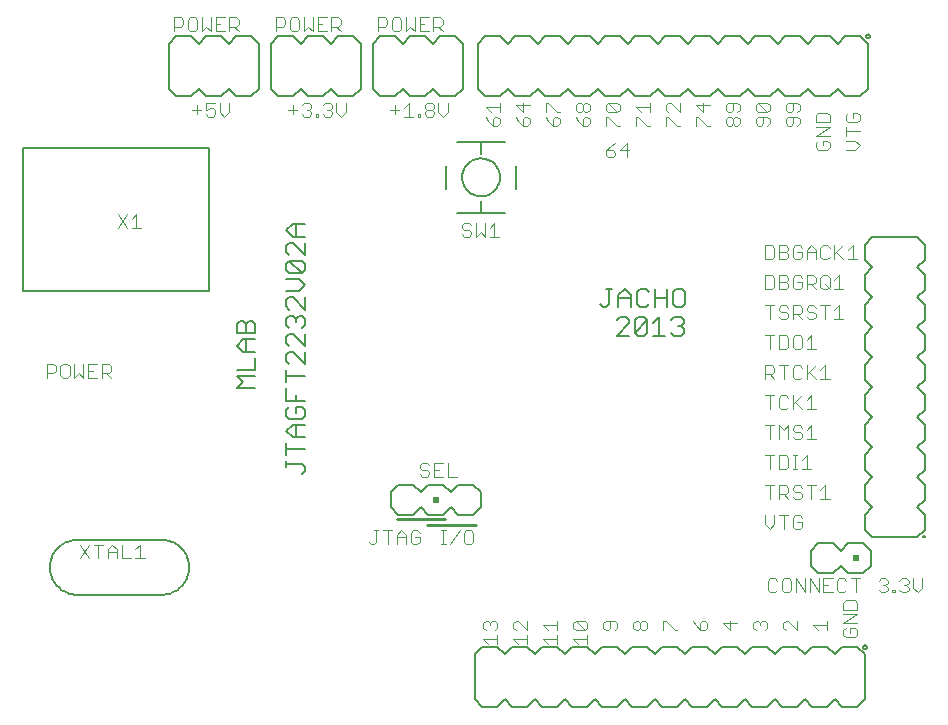
<source format=gbr>
G75*
G70*
%OFA0B0*%
%FSLAX24Y24*%
%IPPOS*%
%LPD*%
%AMOC8*
5,1,8,0,0,1.08239X$1,22.5*
%
%ADD10C,0.0040*%
%ADD11C,0.0100*%
%ADD12C,0.0050*%
%ADD13C,0.0060*%
%ADD14R,0.0200X0.0200*%
D10*
X002485Y006246D02*
X002792Y006706D01*
X002946Y006706D02*
X003253Y006706D01*
X003099Y006706D02*
X003099Y006246D01*
X002792Y006246D02*
X002485Y006706D01*
X003406Y006553D02*
X003406Y006246D01*
X003406Y006476D02*
X003713Y006476D01*
X003713Y006553D02*
X003713Y006246D01*
X003867Y006246D02*
X003867Y006706D01*
X003713Y006553D02*
X003560Y006706D01*
X003406Y006553D01*
X003867Y006246D02*
X004173Y006246D01*
X004327Y006246D02*
X004634Y006246D01*
X004480Y006246D02*
X004480Y006706D01*
X004327Y006553D01*
X003518Y012270D02*
X003365Y012423D01*
X003442Y012423D02*
X003212Y012423D01*
X003212Y012270D02*
X003212Y012730D01*
X003442Y012730D01*
X003518Y012654D01*
X003518Y012500D01*
X003442Y012423D01*
X003058Y012270D02*
X002751Y012270D01*
X002751Y012730D01*
X003058Y012730D01*
X002905Y012500D02*
X002751Y012500D01*
X002598Y012270D02*
X002598Y012730D01*
X002291Y012730D02*
X002291Y012270D01*
X002444Y012423D01*
X002598Y012270D01*
X002137Y012347D02*
X002137Y012654D01*
X002061Y012730D01*
X001907Y012730D01*
X001830Y012654D01*
X001830Y012347D01*
X001907Y012270D01*
X002061Y012270D01*
X002137Y012347D01*
X001677Y012500D02*
X001600Y012423D01*
X001370Y012423D01*
X001370Y012270D02*
X001370Y012730D01*
X001600Y012730D01*
X001677Y012654D01*
X001677Y012500D01*
X003749Y017270D02*
X004056Y017730D01*
X004210Y017577D02*
X004363Y017730D01*
X004363Y017270D01*
X004210Y017270D02*
X004517Y017270D01*
X004056Y017270D02*
X003749Y017730D01*
X006373Y021047D02*
X006373Y021354D01*
X006220Y021200D02*
X006527Y021200D01*
X006680Y021200D02*
X006834Y021277D01*
X006911Y021277D01*
X006987Y021200D01*
X006987Y021047D01*
X006911Y020970D01*
X006757Y020970D01*
X006680Y021047D01*
X006680Y021200D02*
X006680Y021430D01*
X006987Y021430D01*
X007141Y021430D02*
X007141Y021123D01*
X007294Y020970D01*
X007448Y021123D01*
X007448Y021430D01*
X009420Y021200D02*
X009727Y021200D01*
X009880Y021047D02*
X009957Y020970D01*
X010111Y020970D01*
X010187Y021047D01*
X010187Y021123D01*
X010111Y021200D01*
X010034Y021200D01*
X010111Y021200D02*
X010187Y021277D01*
X010187Y021354D01*
X010111Y021430D01*
X009957Y021430D01*
X009880Y021354D01*
X009573Y021354D02*
X009573Y021047D01*
X010341Y021047D02*
X010418Y021047D01*
X010418Y020970D01*
X010341Y020970D01*
X010341Y021047D01*
X010571Y021047D02*
X010648Y020970D01*
X010801Y020970D01*
X010878Y021047D01*
X010878Y021123D01*
X010801Y021200D01*
X010724Y021200D01*
X010801Y021200D02*
X010878Y021277D01*
X010878Y021354D01*
X010801Y021430D01*
X010648Y021430D01*
X010571Y021354D01*
X011031Y021430D02*
X011031Y021123D01*
X011185Y020970D01*
X011338Y021123D01*
X011338Y021430D01*
X012820Y021200D02*
X013127Y021200D01*
X013280Y021277D02*
X013434Y021430D01*
X013434Y020970D01*
X013587Y020970D02*
X013280Y020970D01*
X012973Y021047D02*
X012973Y021354D01*
X013741Y021047D02*
X013818Y021047D01*
X013818Y020970D01*
X013741Y020970D01*
X013741Y021047D01*
X013971Y021047D02*
X013971Y021123D01*
X014048Y021200D01*
X014201Y021200D01*
X014278Y021123D01*
X014278Y021047D01*
X014201Y020970D01*
X014048Y020970D01*
X013971Y021047D01*
X014048Y021200D02*
X013971Y021277D01*
X013971Y021354D01*
X014048Y021430D01*
X014201Y021430D01*
X014278Y021354D01*
X014278Y021277D01*
X014201Y021200D01*
X014431Y021123D02*
X014431Y021430D01*
X014431Y021123D02*
X014585Y020970D01*
X014738Y021123D01*
X014738Y021430D01*
X016014Y021284D02*
X016168Y021130D01*
X016321Y020977D02*
X016245Y020900D01*
X016245Y020670D01*
X016398Y020670D01*
X016475Y020747D01*
X016475Y020900D01*
X016398Y020977D01*
X016321Y020977D01*
X016475Y021130D02*
X016475Y021437D01*
X016475Y021284D02*
X016014Y021284D01*
X016014Y020977D02*
X016091Y020823D01*
X016245Y020670D01*
X017014Y020977D02*
X017091Y020823D01*
X017245Y020670D01*
X017245Y020900D01*
X017321Y020977D01*
X017398Y020977D01*
X017475Y020900D01*
X017475Y020747D01*
X017398Y020670D01*
X017245Y020670D01*
X017245Y021130D02*
X017245Y021437D01*
X017475Y021361D02*
X017014Y021361D01*
X017245Y021130D01*
X018014Y021130D02*
X018014Y021437D01*
X018091Y021437D01*
X018398Y021130D01*
X018475Y021130D01*
X018398Y020977D02*
X018321Y020977D01*
X018245Y020900D01*
X018245Y020670D01*
X018398Y020670D01*
X018475Y020747D01*
X018475Y020900D01*
X018398Y020977D01*
X018091Y020823D02*
X018245Y020670D01*
X018091Y020823D02*
X018014Y020977D01*
X019014Y020977D02*
X019091Y020823D01*
X019245Y020670D01*
X019245Y020900D01*
X019321Y020977D01*
X019398Y020977D01*
X019475Y020900D01*
X019475Y020747D01*
X019398Y020670D01*
X019245Y020670D01*
X019321Y021130D02*
X019245Y021207D01*
X019245Y021361D01*
X019321Y021437D01*
X019398Y021437D01*
X019475Y021361D01*
X019475Y021207D01*
X019398Y021130D01*
X019321Y021130D01*
X019245Y021207D02*
X019168Y021130D01*
X019091Y021130D01*
X019014Y021207D01*
X019014Y021361D01*
X019091Y021437D01*
X019168Y021437D01*
X019245Y021361D01*
X020014Y021361D02*
X020014Y021207D01*
X020091Y021130D01*
X020398Y021130D01*
X020091Y021437D01*
X020398Y021437D01*
X020475Y021361D01*
X020475Y021207D01*
X020398Y021130D01*
X020091Y020977D02*
X020398Y020670D01*
X020475Y020670D01*
X020014Y020670D02*
X020014Y020977D01*
X020091Y020977D01*
X020014Y021361D02*
X020091Y021437D01*
X021014Y021284D02*
X021475Y021284D01*
X021475Y021437D02*
X021475Y021130D01*
X021168Y021130D02*
X021014Y021284D01*
X021014Y020977D02*
X021091Y020977D01*
X021398Y020670D01*
X021475Y020670D01*
X022014Y020670D02*
X022014Y020977D01*
X022091Y020977D01*
X022398Y020670D01*
X022475Y020670D01*
X022475Y021130D02*
X022168Y021437D01*
X022091Y021437D01*
X022014Y021361D01*
X022014Y021207D01*
X022091Y021130D01*
X022475Y021130D02*
X022475Y021437D01*
X023014Y021361D02*
X023245Y021130D01*
X023245Y021437D01*
X023475Y021361D02*
X023014Y021361D01*
X023014Y020977D02*
X023091Y020977D01*
X023398Y020670D01*
X023475Y020670D01*
X023014Y020670D02*
X023014Y020977D01*
X024014Y020900D02*
X024091Y020977D01*
X024168Y020977D01*
X024245Y020900D01*
X024245Y020747D01*
X024168Y020670D01*
X024091Y020670D01*
X024014Y020747D01*
X024014Y020900D01*
X024245Y020900D02*
X024321Y020977D01*
X024398Y020977D01*
X024475Y020900D01*
X024475Y020747D01*
X024398Y020670D01*
X024321Y020670D01*
X024245Y020747D01*
X024168Y021130D02*
X024245Y021207D01*
X024245Y021437D01*
X024398Y021437D02*
X024091Y021437D01*
X024014Y021361D01*
X024014Y021207D01*
X024091Y021130D01*
X024168Y021130D01*
X024398Y021130D02*
X024475Y021207D01*
X024475Y021361D01*
X024398Y021437D01*
X025014Y021361D02*
X025014Y021207D01*
X025091Y021130D01*
X025398Y021130D01*
X025091Y021437D01*
X025398Y021437D01*
X025475Y021361D01*
X025475Y021207D01*
X025398Y021130D01*
X025398Y020977D02*
X025091Y020977D01*
X025014Y020900D01*
X025014Y020747D01*
X025091Y020670D01*
X025168Y020670D01*
X025245Y020747D01*
X025245Y020977D01*
X025398Y020977D02*
X025475Y020900D01*
X025475Y020747D01*
X025398Y020670D01*
X026014Y020747D02*
X026091Y020670D01*
X026168Y020670D01*
X026245Y020747D01*
X026245Y020977D01*
X026398Y020977D02*
X026091Y020977D01*
X026014Y020900D01*
X026014Y020747D01*
X026091Y021130D02*
X026168Y021130D01*
X026245Y021207D01*
X026245Y021437D01*
X026398Y021437D02*
X026091Y021437D01*
X026014Y021361D01*
X026014Y021207D01*
X026091Y021130D01*
X026398Y021130D02*
X026475Y021207D01*
X026475Y021361D01*
X026398Y021437D01*
X026398Y020977D02*
X026475Y020900D01*
X026475Y020747D01*
X026398Y020670D01*
X027014Y020637D02*
X027475Y020637D01*
X027014Y020330D01*
X027475Y020330D01*
X027398Y020177D02*
X027245Y020177D01*
X027245Y020023D01*
X027398Y019870D02*
X027091Y019870D01*
X027014Y019947D01*
X027014Y020100D01*
X027091Y020177D01*
X027398Y020177D02*
X027475Y020100D01*
X027475Y019947D01*
X027398Y019870D01*
X028014Y019870D02*
X028321Y019870D01*
X028475Y020023D01*
X028321Y020177D01*
X028014Y020177D01*
X028014Y020330D02*
X028014Y020637D01*
X028014Y020484D02*
X028475Y020484D01*
X028398Y020791D02*
X028091Y020791D01*
X028014Y020868D01*
X028014Y021021D01*
X028091Y021098D01*
X028245Y021098D02*
X028245Y020944D01*
X028245Y021098D02*
X028398Y021098D01*
X028475Y021021D01*
X028475Y020868D01*
X028398Y020791D01*
X027475Y020791D02*
X027475Y021021D01*
X027398Y021098D01*
X027091Y021098D01*
X027014Y021021D01*
X027014Y020791D01*
X027475Y020791D01*
X025091Y021437D02*
X025014Y021361D01*
X021014Y020977D02*
X021014Y020670D01*
X020711Y020080D02*
X020480Y019850D01*
X020787Y019850D01*
X020711Y019620D02*
X020711Y020080D01*
X020327Y020080D02*
X020173Y020004D01*
X020020Y019850D01*
X020250Y019850D01*
X020327Y019773D01*
X020327Y019697D01*
X020250Y019620D01*
X020097Y019620D01*
X020020Y019697D01*
X020020Y019850D01*
X016294Y017430D02*
X016294Y016970D01*
X016141Y016970D02*
X016448Y016970D01*
X016141Y017277D02*
X016294Y017430D01*
X015987Y017430D02*
X015987Y016970D01*
X015834Y017123D01*
X015680Y016970D01*
X015680Y017430D01*
X015527Y017354D02*
X015450Y017430D01*
X015297Y017430D01*
X015220Y017354D01*
X015220Y017277D01*
X015297Y017200D01*
X015450Y017200D01*
X015527Y017123D01*
X015527Y017047D01*
X015450Y016970D01*
X015297Y016970D01*
X015220Y017047D01*
X014568Y023820D02*
X014415Y023973D01*
X014492Y023973D02*
X014262Y023973D01*
X014262Y023820D02*
X014262Y024280D01*
X014492Y024280D01*
X014568Y024204D01*
X014568Y024050D01*
X014492Y023973D01*
X014108Y023820D02*
X013801Y023820D01*
X013801Y024280D01*
X014108Y024280D01*
X013955Y024050D02*
X013801Y024050D01*
X013648Y023820D02*
X013494Y023973D01*
X013341Y023820D01*
X013341Y024280D01*
X013187Y024204D02*
X013111Y024280D01*
X012957Y024280D01*
X012880Y024204D01*
X012880Y023897D01*
X012957Y023820D01*
X013111Y023820D01*
X013187Y023897D01*
X013187Y024204D01*
X012727Y024204D02*
X012727Y024050D01*
X012650Y023973D01*
X012420Y023973D01*
X012420Y023820D02*
X012420Y024280D01*
X012650Y024280D01*
X012727Y024204D01*
X013648Y024280D02*
X013648Y023820D01*
X011168Y023820D02*
X011015Y023973D01*
X011092Y023973D02*
X010862Y023973D01*
X010862Y023820D02*
X010862Y024280D01*
X011092Y024280D01*
X011168Y024204D01*
X011168Y024050D01*
X011092Y023973D01*
X010708Y023820D02*
X010401Y023820D01*
X010401Y024280D01*
X010708Y024280D01*
X010555Y024050D02*
X010401Y024050D01*
X010248Y023820D02*
X010248Y024280D01*
X009941Y024280D02*
X009941Y023820D01*
X010094Y023973D01*
X010248Y023820D01*
X009787Y023897D02*
X009787Y024204D01*
X009711Y024280D01*
X009557Y024280D01*
X009480Y024204D01*
X009480Y023897D01*
X009557Y023820D01*
X009711Y023820D01*
X009787Y023897D01*
X009327Y024050D02*
X009327Y024204D01*
X009250Y024280D01*
X009020Y024280D01*
X009020Y023820D01*
X009020Y023973D02*
X009250Y023973D01*
X009327Y024050D01*
X007768Y024050D02*
X007692Y023973D01*
X007462Y023973D01*
X007462Y023820D02*
X007462Y024280D01*
X007692Y024280D01*
X007768Y024204D01*
X007768Y024050D01*
X007615Y023973D02*
X007768Y023820D01*
X007308Y023820D02*
X007001Y023820D01*
X007001Y024280D01*
X007308Y024280D01*
X007155Y024050D02*
X007001Y024050D01*
X006848Y023820D02*
X006848Y024280D01*
X006541Y024280D02*
X006541Y023820D01*
X006694Y023973D01*
X006848Y023820D01*
X006387Y023897D02*
X006387Y024204D01*
X006311Y024280D01*
X006157Y024280D01*
X006080Y024204D01*
X006080Y023897D01*
X006157Y023820D01*
X006311Y023820D01*
X006387Y023897D01*
X005927Y024050D02*
X005927Y024204D01*
X005850Y024280D01*
X005620Y024280D01*
X005620Y023820D01*
X005620Y023973D02*
X005850Y023973D01*
X005927Y024050D01*
X013897Y009430D02*
X013820Y009354D01*
X013820Y009277D01*
X013897Y009200D01*
X014050Y009200D01*
X014127Y009123D01*
X014127Y009047D01*
X014050Y008970D01*
X013897Y008970D01*
X013820Y009047D01*
X013897Y009430D02*
X014050Y009430D01*
X014127Y009354D01*
X014280Y009430D02*
X014280Y008970D01*
X014587Y008970D01*
X014741Y008970D02*
X014741Y009430D01*
X014587Y009430D02*
X014280Y009430D01*
X014280Y009200D02*
X014434Y009200D01*
X014741Y008970D02*
X015048Y008970D01*
X015134Y007180D02*
X014827Y006720D01*
X014673Y006720D02*
X014520Y006720D01*
X014597Y006720D02*
X014597Y007180D01*
X014673Y007180D02*
X014520Y007180D01*
X013808Y007104D02*
X013731Y007180D01*
X013578Y007180D01*
X013501Y007104D01*
X013501Y006797D01*
X013578Y006720D01*
X013731Y006720D01*
X013808Y006797D01*
X013808Y006950D01*
X013655Y006950D01*
X013348Y006950D02*
X013041Y006950D01*
X013041Y007027D02*
X013194Y007180D01*
X013348Y007027D01*
X013348Y006720D01*
X013041Y006720D02*
X013041Y007027D01*
X012887Y007180D02*
X012580Y007180D01*
X012427Y007180D02*
X012273Y007180D01*
X012350Y007180D02*
X012350Y006797D01*
X012273Y006720D01*
X012197Y006720D01*
X012120Y006797D01*
X012734Y006720D02*
X012734Y007180D01*
X015287Y007104D02*
X015287Y006797D01*
X015364Y006720D01*
X015518Y006720D01*
X015594Y006797D01*
X015594Y007104D01*
X015518Y007180D01*
X015364Y007180D01*
X015287Y007104D01*
X016001Y004167D02*
X015925Y004090D01*
X015925Y003936D01*
X016001Y003860D01*
X016155Y004013D02*
X016155Y004090D01*
X016232Y004167D01*
X016308Y004167D01*
X016385Y004090D01*
X016385Y003936D01*
X016308Y003860D01*
X016385Y003706D02*
X016385Y003399D01*
X016385Y003553D02*
X015925Y003553D01*
X016078Y003399D01*
X016155Y004090D02*
X016078Y004167D01*
X016001Y004167D01*
X016925Y004090D02*
X016925Y003936D01*
X017001Y003860D01*
X016925Y004090D02*
X017001Y004167D01*
X017078Y004167D01*
X017385Y003860D01*
X017385Y004167D01*
X017385Y003706D02*
X017385Y003399D01*
X017385Y003553D02*
X016925Y003553D01*
X017078Y003399D01*
X017925Y003553D02*
X018385Y003553D01*
X018385Y003706D02*
X018385Y003399D01*
X018078Y003399D02*
X017925Y003553D01*
X018078Y003860D02*
X017925Y004013D01*
X018385Y004013D01*
X018385Y003860D02*
X018385Y004167D01*
X018925Y004090D02*
X019001Y004167D01*
X019308Y003860D01*
X019385Y003936D01*
X019385Y004090D01*
X019308Y004167D01*
X019001Y004167D01*
X018925Y004090D02*
X018925Y003936D01*
X019001Y003860D01*
X019308Y003860D01*
X019385Y003706D02*
X019385Y003399D01*
X019385Y003553D02*
X018925Y003553D01*
X019078Y003399D01*
X019925Y003936D02*
X020001Y003860D01*
X020078Y003860D01*
X020155Y003936D01*
X020155Y004167D01*
X020308Y004167D02*
X020001Y004167D01*
X019925Y004090D01*
X019925Y003936D01*
X020308Y003860D02*
X020385Y003936D01*
X020385Y004090D01*
X020308Y004167D01*
X020925Y004090D02*
X021001Y004167D01*
X021078Y004167D01*
X021155Y004090D01*
X021155Y003936D01*
X021078Y003860D01*
X021001Y003860D01*
X020925Y003936D01*
X020925Y004090D01*
X021155Y004090D02*
X021232Y004167D01*
X021308Y004167D01*
X021385Y004090D01*
X021385Y003936D01*
X021308Y003860D01*
X021232Y003860D01*
X021155Y003936D01*
X021925Y003860D02*
X021925Y004167D01*
X022001Y004167D01*
X022308Y003860D01*
X022385Y003860D01*
X022925Y004167D02*
X023001Y004013D01*
X023155Y003860D01*
X023308Y003860D01*
X023385Y003936D01*
X023385Y004090D01*
X023308Y004167D01*
X023232Y004167D01*
X023155Y004090D01*
X023155Y003860D01*
X023925Y004090D02*
X024155Y003860D01*
X024155Y004167D01*
X024385Y004090D02*
X023925Y004090D01*
X024925Y004090D02*
X025001Y004167D01*
X025078Y004167D01*
X025155Y004090D01*
X025232Y004167D01*
X025308Y004167D01*
X025385Y004090D01*
X025385Y003936D01*
X025308Y003860D01*
X025155Y004013D02*
X025155Y004090D01*
X024925Y004090D02*
X024925Y003936D01*
X025001Y003860D01*
X025925Y003936D02*
X026001Y003860D01*
X025925Y003936D02*
X025925Y004090D01*
X026001Y004167D01*
X026078Y004167D01*
X026385Y003860D01*
X026385Y004167D01*
X026925Y004013D02*
X027385Y004013D01*
X027385Y003860D02*
X027385Y004167D01*
X027078Y003860D02*
X026925Y004013D01*
X027925Y004080D02*
X028385Y004387D01*
X027925Y004387D01*
X027925Y004540D02*
X027925Y004771D01*
X028001Y004847D01*
X028308Y004847D01*
X028385Y004771D01*
X028385Y004540D01*
X027925Y004540D01*
X027925Y004080D02*
X028385Y004080D01*
X028308Y003926D02*
X028155Y003926D01*
X028155Y003773D01*
X028308Y003926D02*
X028385Y003850D01*
X028385Y003696D01*
X028308Y003620D01*
X028001Y003620D01*
X027925Y003696D01*
X027925Y003850D01*
X028001Y003926D01*
X027952Y005120D02*
X028029Y005197D01*
X027952Y005120D02*
X027799Y005120D01*
X027722Y005197D01*
X027722Y005504D01*
X027799Y005580D01*
X027952Y005580D01*
X028029Y005504D01*
X028182Y005580D02*
X028489Y005580D01*
X028336Y005580D02*
X028336Y005120D01*
X027568Y005120D02*
X027262Y005120D01*
X027262Y005580D01*
X027568Y005580D01*
X027415Y005350D02*
X027262Y005350D01*
X027108Y005120D02*
X026801Y005580D01*
X026801Y005120D01*
X026648Y005120D02*
X026648Y005580D01*
X026341Y005580D02*
X026648Y005120D01*
X026341Y005120D02*
X026341Y005580D01*
X026187Y005504D02*
X026111Y005580D01*
X025957Y005580D01*
X025880Y005504D01*
X025880Y005197D01*
X025957Y005120D01*
X026111Y005120D01*
X026187Y005197D01*
X026187Y005504D01*
X025727Y005504D02*
X025650Y005580D01*
X025497Y005580D01*
X025420Y005504D01*
X025420Y005197D01*
X025497Y005120D01*
X025650Y005120D01*
X025727Y005197D01*
X027108Y005120D02*
X027108Y005580D01*
X026471Y007225D02*
X026548Y007302D01*
X026548Y007455D01*
X026394Y007455D01*
X026241Y007302D02*
X026318Y007225D01*
X026471Y007225D01*
X026241Y007302D02*
X026241Y007609D01*
X026318Y007686D01*
X026471Y007686D01*
X026548Y007609D01*
X026087Y007686D02*
X025780Y007686D01*
X025627Y007686D02*
X025627Y007379D01*
X025473Y007225D01*
X025320Y007379D01*
X025320Y007686D01*
X025934Y007686D02*
X025934Y007225D01*
X026087Y008225D02*
X025934Y008379D01*
X026011Y008379D02*
X025780Y008379D01*
X025780Y008225D02*
X025780Y008686D01*
X026011Y008686D01*
X026087Y008609D01*
X026087Y008455D01*
X026011Y008379D01*
X026241Y008302D02*
X026318Y008225D01*
X026471Y008225D01*
X026548Y008302D01*
X026548Y008379D01*
X026471Y008455D01*
X026318Y008455D01*
X026241Y008532D01*
X026241Y008609D01*
X026318Y008686D01*
X026471Y008686D01*
X026548Y008609D01*
X026701Y008686D02*
X027008Y008686D01*
X026855Y008686D02*
X026855Y008225D01*
X027162Y008225D02*
X027468Y008225D01*
X027315Y008225D02*
X027315Y008686D01*
X027162Y008532D01*
X026855Y009225D02*
X026548Y009225D01*
X026701Y009225D02*
X026701Y009686D01*
X026548Y009532D01*
X026394Y009686D02*
X026241Y009686D01*
X026318Y009686D02*
X026318Y009225D01*
X026394Y009225D02*
X026241Y009225D01*
X026087Y009302D02*
X026087Y009609D01*
X026011Y009686D01*
X025780Y009686D01*
X025780Y009225D01*
X026011Y009225D01*
X026087Y009302D01*
X025627Y009686D02*
X025320Y009686D01*
X025473Y009686D02*
X025473Y009225D01*
X025473Y008686D02*
X025473Y008225D01*
X025320Y008686D02*
X025627Y008686D01*
X025780Y010225D02*
X025780Y010686D01*
X025934Y010532D01*
X026087Y010686D01*
X026087Y010225D01*
X026241Y010302D02*
X026318Y010225D01*
X026471Y010225D01*
X026548Y010302D01*
X026548Y010379D01*
X026471Y010455D01*
X026318Y010455D01*
X026241Y010532D01*
X026241Y010609D01*
X026318Y010686D01*
X026471Y010686D01*
X026548Y010609D01*
X026701Y010532D02*
X026855Y010686D01*
X026855Y010225D01*
X027008Y010225D02*
X026701Y010225D01*
X026701Y011225D02*
X027008Y011225D01*
X026855Y011225D02*
X026855Y011686D01*
X026701Y011532D01*
X026548Y011686D02*
X026241Y011379D01*
X026318Y011455D02*
X026548Y011225D01*
X026241Y011225D02*
X026241Y011686D01*
X026087Y011609D02*
X026011Y011686D01*
X025857Y011686D01*
X025780Y011609D01*
X025780Y011302D01*
X025857Y011225D01*
X026011Y011225D01*
X026087Y011302D01*
X025627Y011686D02*
X025320Y011686D01*
X025473Y011686D02*
X025473Y011225D01*
X025473Y010686D02*
X025473Y010225D01*
X025320Y010686D02*
X025627Y010686D01*
X025627Y012225D02*
X025473Y012379D01*
X025550Y012379D02*
X025320Y012379D01*
X025320Y012225D02*
X025320Y012686D01*
X025550Y012686D01*
X025627Y012609D01*
X025627Y012455D01*
X025550Y012379D01*
X025780Y012686D02*
X026087Y012686D01*
X025934Y012686D02*
X025934Y012225D01*
X026241Y012302D02*
X026241Y012609D01*
X026318Y012686D01*
X026471Y012686D01*
X026548Y012609D01*
X026701Y012686D02*
X026701Y012225D01*
X026701Y012379D02*
X027008Y012686D01*
X027162Y012532D02*
X027315Y012686D01*
X027315Y012225D01*
X027162Y012225D02*
X027468Y012225D01*
X027008Y012225D02*
X026778Y012455D01*
X026548Y012302D02*
X026471Y012225D01*
X026318Y012225D01*
X026241Y012302D01*
X026318Y013225D02*
X026471Y013225D01*
X026548Y013302D01*
X026548Y013609D01*
X026471Y013686D01*
X026318Y013686D01*
X026241Y013609D01*
X026241Y013302D01*
X026318Y013225D01*
X026087Y013302D02*
X026087Y013609D01*
X026011Y013686D01*
X025780Y013686D01*
X025780Y013225D01*
X026011Y013225D01*
X026087Y013302D01*
X025627Y013686D02*
X025320Y013686D01*
X025473Y013686D02*
X025473Y013225D01*
X025473Y014225D02*
X025473Y014686D01*
X025320Y014686D02*
X025627Y014686D01*
X025780Y014609D02*
X025780Y014532D01*
X025857Y014455D01*
X026011Y014455D01*
X026087Y014379D01*
X026087Y014302D01*
X026011Y014225D01*
X025857Y014225D01*
X025780Y014302D01*
X025780Y014609D02*
X025857Y014686D01*
X026011Y014686D01*
X026087Y014609D01*
X026241Y014686D02*
X026241Y014225D01*
X026241Y014379D02*
X026471Y014379D01*
X026548Y014455D01*
X026548Y014609D01*
X026471Y014686D01*
X026241Y014686D01*
X026394Y014379D02*
X026548Y014225D01*
X026701Y014302D02*
X026778Y014225D01*
X026931Y014225D01*
X027008Y014302D01*
X027008Y014379D01*
X026931Y014455D01*
X026778Y014455D01*
X026701Y014532D01*
X026701Y014609D01*
X026778Y014686D01*
X026931Y014686D01*
X027008Y014609D01*
X027162Y014686D02*
X027468Y014686D01*
X027315Y014686D02*
X027315Y014225D01*
X027622Y014225D02*
X027929Y014225D01*
X027775Y014225D02*
X027775Y014686D01*
X027622Y014532D01*
X027622Y015225D02*
X027929Y015225D01*
X027775Y015225D02*
X027775Y015686D01*
X027622Y015532D01*
X027468Y015609D02*
X027468Y015302D01*
X027392Y015225D01*
X027238Y015225D01*
X027162Y015302D01*
X027162Y015609D01*
X027238Y015686D01*
X027392Y015686D01*
X027468Y015609D01*
X027315Y015379D02*
X027468Y015225D01*
X027008Y015225D02*
X026855Y015379D01*
X026931Y015379D02*
X026701Y015379D01*
X026701Y015225D02*
X026701Y015686D01*
X026931Y015686D01*
X027008Y015609D01*
X027008Y015455D01*
X026931Y015379D01*
X026548Y015455D02*
X026394Y015455D01*
X026548Y015455D02*
X026548Y015302D01*
X026471Y015225D01*
X026318Y015225D01*
X026241Y015302D01*
X026241Y015609D01*
X026318Y015686D01*
X026471Y015686D01*
X026548Y015609D01*
X026087Y015609D02*
X026087Y015532D01*
X026011Y015455D01*
X025780Y015455D01*
X025627Y015302D02*
X025627Y015609D01*
X025550Y015686D01*
X025320Y015686D01*
X025320Y015225D01*
X025550Y015225D01*
X025627Y015302D01*
X025780Y015225D02*
X025780Y015686D01*
X026011Y015686D01*
X026087Y015609D01*
X026011Y015455D02*
X026087Y015379D01*
X026087Y015302D01*
X026011Y015225D01*
X025780Y015225D01*
X025780Y016225D02*
X026011Y016225D01*
X026087Y016302D01*
X026087Y016379D01*
X026011Y016455D01*
X025780Y016455D01*
X025627Y016302D02*
X025627Y016609D01*
X025550Y016686D01*
X025320Y016686D01*
X025320Y016225D01*
X025550Y016225D01*
X025627Y016302D01*
X025780Y016225D02*
X025780Y016686D01*
X026011Y016686D01*
X026087Y016609D01*
X026087Y016532D01*
X026011Y016455D01*
X026241Y016302D02*
X026318Y016225D01*
X026471Y016225D01*
X026548Y016302D01*
X026548Y016455D01*
X026394Y016455D01*
X026241Y016302D02*
X026241Y016609D01*
X026318Y016686D01*
X026471Y016686D01*
X026548Y016609D01*
X026701Y016532D02*
X026855Y016686D01*
X027008Y016532D01*
X027008Y016225D01*
X027162Y016302D02*
X027238Y016225D01*
X027392Y016225D01*
X027468Y016302D01*
X027622Y016379D02*
X027929Y016686D01*
X028082Y016532D02*
X028236Y016686D01*
X028236Y016225D01*
X028389Y016225D02*
X028082Y016225D01*
X027929Y016225D02*
X027699Y016455D01*
X027622Y016225D02*
X027622Y016686D01*
X027468Y016609D02*
X027392Y016686D01*
X027238Y016686D01*
X027162Y016609D01*
X027162Y016302D01*
X027008Y016455D02*
X026701Y016455D01*
X026701Y016532D02*
X026701Y016225D01*
X026855Y013686D02*
X026855Y013225D01*
X027008Y013225D02*
X026701Y013225D01*
X026701Y013532D02*
X026855Y013686D01*
X029180Y005580D02*
X029333Y005580D01*
X029410Y005504D01*
X029410Y005427D01*
X029333Y005350D01*
X029410Y005273D01*
X029410Y005197D01*
X029333Y005120D01*
X029180Y005120D01*
X029103Y005197D01*
X029257Y005350D02*
X029333Y005350D01*
X029103Y005504D02*
X029180Y005580D01*
X029794Y005504D02*
X029870Y005580D01*
X030024Y005580D01*
X030101Y005504D01*
X030101Y005427D01*
X030024Y005350D01*
X030101Y005273D01*
X030101Y005197D01*
X030024Y005120D01*
X029870Y005120D01*
X029794Y005197D01*
X029640Y005197D02*
X029640Y005120D01*
X029564Y005120D01*
X029564Y005197D01*
X029640Y005197D01*
X029947Y005350D02*
X030024Y005350D01*
X030254Y005273D02*
X030408Y005120D01*
X030561Y005273D01*
X030561Y005580D01*
X030254Y005580D02*
X030254Y005273D01*
D11*
X015700Y007350D02*
X014050Y007350D01*
X014650Y007550D02*
X013050Y007550D01*
D12*
X005241Y005035D02*
X002359Y005035D01*
X002300Y005039D01*
X002241Y005047D01*
X002182Y005059D01*
X002125Y005075D01*
X002069Y005095D01*
X002014Y005118D01*
X001960Y005145D01*
X001909Y005175D01*
X001860Y005208D01*
X001812Y005245D01*
X001768Y005284D01*
X001726Y005327D01*
X001687Y005372D01*
X001651Y005419D01*
X001618Y005469D01*
X001588Y005520D01*
X001562Y005574D01*
X001539Y005629D01*
X001520Y005686D01*
X001505Y005743D01*
X001493Y005802D01*
X001485Y005861D01*
X001481Y005920D01*
X001481Y005980D01*
X001485Y006039D01*
X001493Y006098D01*
X001505Y006157D01*
X001520Y006214D01*
X001539Y006271D01*
X001562Y006326D01*
X001588Y006380D01*
X001618Y006431D01*
X001651Y006481D01*
X001687Y006528D01*
X001726Y006573D01*
X001768Y006616D01*
X001812Y006655D01*
X001860Y006692D01*
X001909Y006725D01*
X001960Y006755D01*
X002014Y006782D01*
X002069Y006805D01*
X002125Y006825D01*
X002182Y006841D01*
X002241Y006853D01*
X002300Y006861D01*
X002359Y006865D01*
X005241Y006865D01*
X005300Y006861D01*
X005359Y006853D01*
X005418Y006841D01*
X005475Y006825D01*
X005531Y006805D01*
X005586Y006782D01*
X005640Y006755D01*
X005691Y006725D01*
X005740Y006692D01*
X005788Y006655D01*
X005832Y006616D01*
X005874Y006573D01*
X005913Y006528D01*
X005949Y006481D01*
X005982Y006431D01*
X006012Y006380D01*
X006038Y006326D01*
X006061Y006271D01*
X006080Y006214D01*
X006095Y006157D01*
X006107Y006098D01*
X006115Y006039D01*
X006119Y005980D01*
X006119Y005920D01*
X006115Y005861D01*
X006107Y005802D01*
X006095Y005743D01*
X006080Y005686D01*
X006061Y005629D01*
X006038Y005574D01*
X006012Y005520D01*
X005982Y005469D01*
X005949Y005419D01*
X005913Y005372D01*
X005874Y005327D01*
X005832Y005284D01*
X005788Y005245D01*
X005740Y005208D01*
X005691Y005175D01*
X005640Y005145D01*
X005586Y005118D01*
X005531Y005095D01*
X005475Y005075D01*
X005418Y005059D01*
X005359Y005047D01*
X005300Y005039D01*
X005241Y005035D01*
X005229Y005037D01*
X009873Y009075D02*
X009975Y009177D01*
X009975Y009279D01*
X009873Y009380D01*
X009364Y009380D01*
X009364Y009279D02*
X009364Y009482D01*
X009364Y009683D02*
X009364Y010090D01*
X009364Y009886D02*
X009975Y009886D01*
X009975Y010290D02*
X009568Y010290D01*
X009364Y010494D01*
X009568Y010697D01*
X009975Y010697D01*
X009873Y010898D02*
X009466Y010898D01*
X009364Y011000D01*
X009364Y011203D01*
X009466Y011305D01*
X009670Y011305D02*
X009670Y011102D01*
X009670Y011305D02*
X009873Y011305D01*
X009975Y011203D01*
X009975Y011000D01*
X009873Y010898D01*
X009670Y010697D02*
X009670Y010290D01*
X009670Y011506D02*
X009670Y011709D01*
X009975Y011506D02*
X009364Y011506D01*
X009364Y011913D01*
X009364Y012114D02*
X009364Y012521D01*
X009364Y012317D02*
X009975Y012317D01*
X009975Y012721D02*
X009568Y013128D01*
X009466Y013128D01*
X009364Y013027D01*
X009364Y012823D01*
X009466Y012721D01*
X009975Y012721D02*
X009975Y013128D01*
X009975Y013329D02*
X009568Y013736D01*
X009466Y013736D01*
X009364Y013634D01*
X009364Y013431D01*
X009466Y013329D01*
X009975Y013329D02*
X009975Y013736D01*
X009873Y013937D02*
X009975Y014039D01*
X009975Y014242D01*
X009873Y014344D01*
X009771Y014344D01*
X009670Y014242D01*
X009670Y014140D01*
X009670Y014242D02*
X009568Y014344D01*
X009466Y014344D01*
X009364Y014242D01*
X009364Y014039D01*
X009466Y013937D01*
X009466Y014544D02*
X009364Y014646D01*
X009364Y014850D01*
X009466Y014951D01*
X009568Y014951D01*
X009975Y014544D01*
X009975Y014951D01*
X009771Y015152D02*
X009364Y015152D01*
X009364Y015559D02*
X009771Y015559D01*
X009975Y015356D01*
X009771Y015152D01*
X009873Y015760D02*
X009466Y015760D01*
X009364Y015862D01*
X009364Y016065D01*
X009466Y016167D01*
X009873Y015760D01*
X009975Y015862D01*
X009975Y016065D01*
X009873Y016167D01*
X009466Y016167D01*
X009466Y016368D02*
X009364Y016469D01*
X009364Y016673D01*
X009466Y016775D01*
X009568Y016775D01*
X009975Y016368D01*
X009975Y016775D01*
X009975Y016975D02*
X009568Y016975D01*
X009364Y017179D01*
X009568Y017382D01*
X009975Y017382D01*
X009670Y017382D02*
X009670Y016975D01*
X006776Y015168D02*
X006776Y019932D01*
X000595Y019932D01*
X000595Y015168D01*
X006776Y015168D01*
X007816Y014155D02*
X007918Y014155D01*
X008020Y014053D01*
X008020Y013748D01*
X008020Y013547D02*
X008020Y013140D01*
X007918Y013140D02*
X008325Y013140D01*
X008325Y012940D02*
X008325Y012533D01*
X007714Y012533D01*
X007714Y012332D02*
X008325Y012332D01*
X008325Y011925D02*
X007714Y011925D01*
X007918Y012129D01*
X007714Y012332D01*
X007918Y013140D02*
X007714Y013344D01*
X007918Y013547D01*
X008325Y013547D01*
X008325Y013748D02*
X007714Y013748D01*
X007714Y014053D01*
X007816Y014155D01*
X008020Y014053D02*
X008121Y014155D01*
X008223Y014155D01*
X008325Y014053D01*
X008325Y013748D01*
X014669Y018556D02*
X014669Y019344D01*
X015063Y020131D02*
X015850Y020131D01*
X015850Y019737D01*
X015850Y020131D02*
X016637Y020131D01*
X017031Y019344D02*
X017031Y018556D01*
X016637Y017769D02*
X015850Y017769D01*
X015850Y018163D01*
X015850Y017769D02*
X015063Y017769D01*
X015220Y018950D02*
X015222Y019000D01*
X015228Y019050D01*
X015238Y019099D01*
X015252Y019147D01*
X015269Y019194D01*
X015290Y019239D01*
X015315Y019283D01*
X015343Y019324D01*
X015375Y019363D01*
X015409Y019400D01*
X015446Y019434D01*
X015486Y019464D01*
X015528Y019491D01*
X015572Y019515D01*
X015618Y019536D01*
X015665Y019552D01*
X015713Y019565D01*
X015763Y019574D01*
X015812Y019579D01*
X015863Y019580D01*
X015913Y019577D01*
X015962Y019570D01*
X016011Y019559D01*
X016059Y019544D01*
X016105Y019526D01*
X016150Y019504D01*
X016193Y019478D01*
X016234Y019449D01*
X016273Y019417D01*
X016309Y019382D01*
X016341Y019344D01*
X016371Y019304D01*
X016398Y019261D01*
X016421Y019217D01*
X016440Y019171D01*
X016456Y019123D01*
X016468Y019074D01*
X016476Y019025D01*
X016480Y018975D01*
X016480Y018925D01*
X016476Y018875D01*
X016468Y018826D01*
X016456Y018777D01*
X016440Y018729D01*
X016421Y018683D01*
X016398Y018639D01*
X016371Y018596D01*
X016341Y018556D01*
X016309Y018518D01*
X016273Y018483D01*
X016234Y018451D01*
X016193Y018422D01*
X016150Y018396D01*
X016105Y018374D01*
X016059Y018356D01*
X016011Y018341D01*
X015962Y018330D01*
X015913Y018323D01*
X015863Y018320D01*
X015812Y018321D01*
X015763Y018326D01*
X015713Y018335D01*
X015665Y018348D01*
X015618Y018364D01*
X015572Y018385D01*
X015528Y018409D01*
X015486Y018436D01*
X015446Y018466D01*
X015409Y018500D01*
X015375Y018537D01*
X015343Y018576D01*
X015315Y018617D01*
X015290Y018661D01*
X015269Y018706D01*
X015252Y018753D01*
X015238Y018801D01*
X015228Y018850D01*
X015222Y018900D01*
X015220Y018950D01*
X020029Y015236D02*
X020232Y015236D01*
X020130Y015236D02*
X020130Y014727D01*
X020029Y014625D01*
X019927Y014625D01*
X019825Y014727D01*
X020433Y014625D02*
X020433Y015032D01*
X020636Y015236D01*
X020840Y015032D01*
X020840Y014625D01*
X021040Y014727D02*
X021142Y014625D01*
X021346Y014625D01*
X021447Y014727D01*
X021648Y014625D02*
X021648Y015236D01*
X021447Y015134D02*
X021346Y015236D01*
X021142Y015236D01*
X021040Y015134D01*
X021040Y014727D01*
X020840Y014930D02*
X020433Y014930D01*
X020477Y014286D02*
X020375Y014184D01*
X020477Y014286D02*
X020680Y014286D01*
X020782Y014184D01*
X020782Y014082D01*
X020375Y013675D01*
X020782Y013675D01*
X020983Y013777D02*
X021390Y014184D01*
X021390Y013777D01*
X021288Y013675D01*
X021084Y013675D01*
X020983Y013777D01*
X020983Y014184D01*
X021084Y014286D01*
X021288Y014286D01*
X021390Y014184D01*
X021590Y014082D02*
X021794Y014286D01*
X021794Y013675D01*
X021997Y013675D02*
X021590Y013675D01*
X022198Y013777D02*
X022300Y013675D01*
X022503Y013675D01*
X022605Y013777D01*
X022605Y013879D01*
X022503Y013980D01*
X022402Y013980D01*
X022503Y013980D02*
X022605Y014082D01*
X022605Y014184D01*
X022503Y014286D01*
X022300Y014286D01*
X022198Y014184D01*
X022055Y014625D02*
X022055Y015236D01*
X022256Y015134D02*
X022256Y014727D01*
X022358Y014625D01*
X022561Y014625D01*
X022663Y014727D01*
X022663Y015134D01*
X022561Y015236D01*
X022358Y015236D01*
X022256Y015134D01*
X022055Y014930D02*
X021648Y014930D01*
X030597Y006971D02*
X030599Y006980D01*
X030604Y006987D01*
X030611Y006992D01*
X030620Y006994D01*
X030629Y006992D01*
X030636Y006987D01*
X030641Y006980D01*
X030643Y006971D01*
X030641Y006962D01*
X030636Y006955D01*
X030629Y006950D01*
X030620Y006948D01*
X030611Y006950D01*
X030604Y006955D01*
X030599Y006962D01*
X030597Y006971D01*
X028587Y003300D02*
X028589Y003315D01*
X028594Y003329D01*
X028603Y003342D01*
X028614Y003352D01*
X028628Y003359D01*
X028642Y003363D01*
X028658Y003363D01*
X028672Y003359D01*
X028686Y003352D01*
X028697Y003342D01*
X028706Y003329D01*
X028711Y003315D01*
X028713Y003300D01*
X028711Y003285D01*
X028706Y003271D01*
X028697Y003258D01*
X028686Y003248D01*
X028672Y003241D01*
X028658Y003237D01*
X028642Y003237D01*
X028628Y003241D01*
X028614Y003248D01*
X028603Y003258D01*
X028594Y003271D01*
X028589Y003285D01*
X028587Y003300D01*
X028687Y023650D02*
X028689Y023665D01*
X028694Y023679D01*
X028703Y023692D01*
X028714Y023702D01*
X028728Y023709D01*
X028742Y023713D01*
X028758Y023713D01*
X028772Y023709D01*
X028786Y023702D01*
X028797Y023692D01*
X028806Y023679D01*
X028811Y023665D01*
X028813Y023650D01*
X028811Y023635D01*
X028806Y023621D01*
X028797Y023608D01*
X028786Y023598D01*
X028772Y023591D01*
X028758Y023587D01*
X028742Y023587D01*
X028728Y023591D01*
X028714Y023598D01*
X028703Y023608D01*
X028694Y023621D01*
X028689Y023635D01*
X028687Y023650D01*
D13*
X028500Y023650D02*
X028750Y023400D01*
X028750Y021900D01*
X028500Y021650D01*
X028000Y021650D01*
X027750Y021900D01*
X027500Y021650D01*
X027000Y021650D01*
X026750Y021900D01*
X026500Y021650D01*
X026000Y021650D01*
X025750Y021900D01*
X025500Y021650D01*
X025000Y021650D01*
X024750Y021900D01*
X024500Y021650D01*
X024000Y021650D01*
X023750Y021900D01*
X023500Y021650D01*
X023000Y021650D01*
X022750Y021900D01*
X022500Y021650D01*
X022000Y021650D01*
X021750Y021900D01*
X021500Y021650D01*
X021000Y021650D01*
X020750Y021900D01*
X020500Y021650D01*
X020000Y021650D01*
X019750Y021900D01*
X019500Y021650D01*
X019000Y021650D01*
X018750Y021900D01*
X018500Y021650D01*
X018000Y021650D01*
X017750Y021900D01*
X017500Y021650D01*
X017000Y021650D01*
X016750Y021900D01*
X016500Y021650D01*
X016000Y021650D01*
X015750Y021900D01*
X015750Y023400D01*
X016000Y023650D01*
X016500Y023650D01*
X016750Y023400D01*
X017000Y023650D01*
X017500Y023650D01*
X017750Y023400D01*
X018000Y023650D01*
X018500Y023650D01*
X018750Y023400D01*
X019000Y023650D01*
X019500Y023650D01*
X019750Y023400D01*
X020000Y023650D01*
X020500Y023650D01*
X020750Y023400D01*
X021000Y023650D01*
X021500Y023650D01*
X021750Y023400D01*
X022000Y023650D01*
X022500Y023650D01*
X022750Y023400D01*
X023000Y023650D01*
X023500Y023650D01*
X023750Y023400D01*
X024000Y023650D01*
X024500Y023650D01*
X024750Y023400D01*
X025000Y023650D01*
X025500Y023650D01*
X025750Y023400D01*
X026000Y023650D01*
X026500Y023650D01*
X026750Y023400D01*
X027000Y023650D01*
X027500Y023650D01*
X027750Y023400D01*
X028000Y023650D01*
X028500Y023650D01*
X028900Y016950D02*
X030400Y016950D01*
X030650Y016700D01*
X030650Y016200D01*
X030400Y015950D01*
X030650Y015700D01*
X030650Y015200D01*
X030400Y014950D01*
X030650Y014700D01*
X030650Y014200D01*
X030400Y013950D01*
X030650Y013700D01*
X030650Y013200D01*
X030400Y012950D01*
X030650Y012700D01*
X030650Y012200D01*
X030400Y011950D01*
X030650Y011700D01*
X030650Y011200D01*
X030400Y010950D01*
X030650Y010700D01*
X030650Y010200D01*
X030400Y009950D01*
X030650Y009700D01*
X030650Y009200D01*
X030400Y008950D01*
X030650Y008700D01*
X030650Y008200D01*
X030400Y007950D01*
X030650Y007700D01*
X030650Y007200D01*
X030400Y006950D01*
X028900Y006950D01*
X028650Y007200D01*
X028650Y007700D01*
X028900Y007950D01*
X028650Y008200D01*
X028650Y008700D01*
X028900Y008950D01*
X028650Y009200D01*
X028650Y009700D01*
X028900Y009950D01*
X028650Y010200D01*
X028650Y010700D01*
X028900Y010950D01*
X028650Y011200D01*
X028650Y011700D01*
X028900Y011950D01*
X028650Y012200D01*
X028650Y012700D01*
X028900Y012950D01*
X028650Y013200D01*
X028650Y013700D01*
X028900Y013950D01*
X028650Y014200D01*
X028650Y014700D01*
X028900Y014950D01*
X028650Y015200D01*
X028650Y015700D01*
X028900Y015950D01*
X028650Y016200D01*
X028650Y016700D01*
X028900Y016950D01*
X028600Y006750D02*
X028100Y006750D01*
X027850Y006500D01*
X027600Y006750D01*
X027100Y006750D01*
X026850Y006500D01*
X026850Y006000D01*
X027100Y005750D01*
X027600Y005750D01*
X027850Y006000D01*
X028100Y005750D01*
X028600Y005750D01*
X028850Y006000D01*
X028850Y006500D01*
X028600Y006750D01*
X028400Y003300D02*
X027900Y003300D01*
X027650Y003050D01*
X027400Y003300D01*
X026900Y003300D01*
X026650Y003050D01*
X026400Y003300D01*
X025900Y003300D01*
X025650Y003050D01*
X025400Y003300D01*
X024900Y003300D01*
X024650Y003050D01*
X024400Y003300D01*
X023900Y003300D01*
X023650Y003050D01*
X023400Y003300D01*
X022900Y003300D01*
X022650Y003050D01*
X022400Y003300D01*
X021900Y003300D01*
X021650Y003050D01*
X021400Y003300D01*
X020900Y003300D01*
X020650Y003050D01*
X020400Y003300D01*
X019900Y003300D01*
X019650Y003050D01*
X019400Y003300D01*
X018900Y003300D01*
X018650Y003050D01*
X018400Y003300D01*
X017900Y003300D01*
X017650Y003050D01*
X017400Y003300D01*
X016900Y003300D01*
X016650Y003050D01*
X016400Y003300D01*
X015900Y003300D01*
X015650Y003050D01*
X015650Y001550D01*
X015900Y001300D01*
X016400Y001300D01*
X016650Y001550D01*
X016900Y001300D01*
X017400Y001300D01*
X017650Y001550D01*
X017900Y001300D01*
X018400Y001300D01*
X018650Y001550D01*
X018900Y001300D01*
X019400Y001300D01*
X019650Y001550D01*
X019900Y001300D01*
X020400Y001300D01*
X020650Y001550D01*
X020900Y001300D01*
X021400Y001300D01*
X021650Y001550D01*
X021900Y001300D01*
X022400Y001300D01*
X022650Y001550D01*
X022900Y001300D01*
X023400Y001300D01*
X023650Y001550D01*
X023900Y001300D01*
X024400Y001300D01*
X024650Y001550D01*
X024900Y001300D01*
X025400Y001300D01*
X025650Y001550D01*
X025900Y001300D01*
X026400Y001300D01*
X026650Y001550D01*
X026900Y001300D01*
X027400Y001300D01*
X027650Y001550D01*
X027900Y001300D01*
X028400Y001300D01*
X028650Y001550D01*
X028650Y003050D01*
X028400Y003300D01*
X015850Y007950D02*
X015600Y007700D01*
X015100Y007700D01*
X014850Y007950D01*
X014600Y007700D01*
X014100Y007700D01*
X013850Y007950D01*
X013600Y007700D01*
X013100Y007700D01*
X012850Y007950D01*
X012850Y008450D01*
X013100Y008700D01*
X013600Y008700D01*
X013850Y008450D01*
X014100Y008700D01*
X014600Y008700D01*
X014850Y008450D01*
X015100Y008700D01*
X015600Y008700D01*
X015850Y008450D01*
X015850Y007950D01*
X015000Y021650D02*
X014500Y021650D01*
X014250Y021900D01*
X014000Y021650D01*
X013500Y021650D01*
X013250Y021900D01*
X013000Y021650D01*
X012500Y021650D01*
X012250Y021900D01*
X012250Y023400D01*
X012500Y023650D01*
X013000Y023650D01*
X013250Y023400D01*
X013500Y023650D01*
X014000Y023650D01*
X014250Y023400D01*
X014500Y023650D01*
X015000Y023650D01*
X015250Y023400D01*
X015250Y021900D01*
X015000Y021650D01*
X011850Y021900D02*
X011600Y021650D01*
X011100Y021650D01*
X010850Y021900D01*
X010600Y021650D01*
X010100Y021650D01*
X009850Y021900D01*
X009600Y021650D01*
X009100Y021650D01*
X008850Y021900D01*
X008850Y023400D01*
X009100Y023650D01*
X009600Y023650D01*
X009850Y023400D01*
X010100Y023650D01*
X010600Y023650D01*
X010850Y023400D01*
X011100Y023650D01*
X011600Y023650D01*
X011850Y023400D01*
X011850Y021900D01*
X008450Y021900D02*
X008200Y021650D01*
X007700Y021650D01*
X007450Y021900D01*
X007200Y021650D01*
X006700Y021650D01*
X006450Y021900D01*
X006200Y021650D01*
X005700Y021650D01*
X005450Y021900D01*
X005450Y023400D01*
X005700Y023650D01*
X006200Y023650D01*
X006450Y023400D01*
X006700Y023650D01*
X007200Y023650D01*
X007450Y023400D01*
X007700Y023650D01*
X008200Y023650D01*
X008450Y023400D01*
X008450Y021900D01*
D14*
X014350Y008200D03*
X028350Y006250D03*
M02*

</source>
